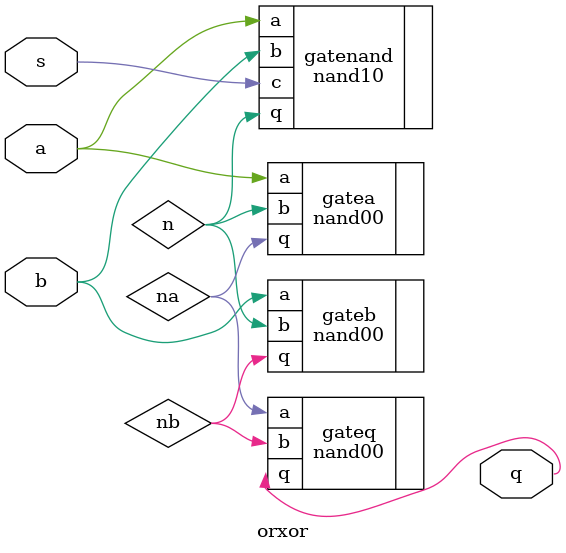
<source format=v>
`timescale 1ns/1ps

/*
2-input selectable or/xor gate

Truth table:
    a   b   s   q
    0   0   0   0
    1   0   0   1
    0   1   0   1
    1   1   0   1
    0   0   1   0
    1   0   1   1
    0   1   1   1
    1   1   1   0
*/

module orxor(
        input a,
        input b,
        input s,
        output q
    );
    
    wire na, nb, n;
    
    nand10 gatenand(
        .a(a),
        .b(b),
        .c(s),
        .q(n)
    );
    nand00 gatea(
        .a(a),
        .b(n),
        .q(na)
    );
    nand00 gateb(
        .a(b),
        .b(n),
        .q(nb)
    );
    nand00 gateq(
        .a(na),
        .b(nb),
        .q(q)
    );
endmodule
</source>
